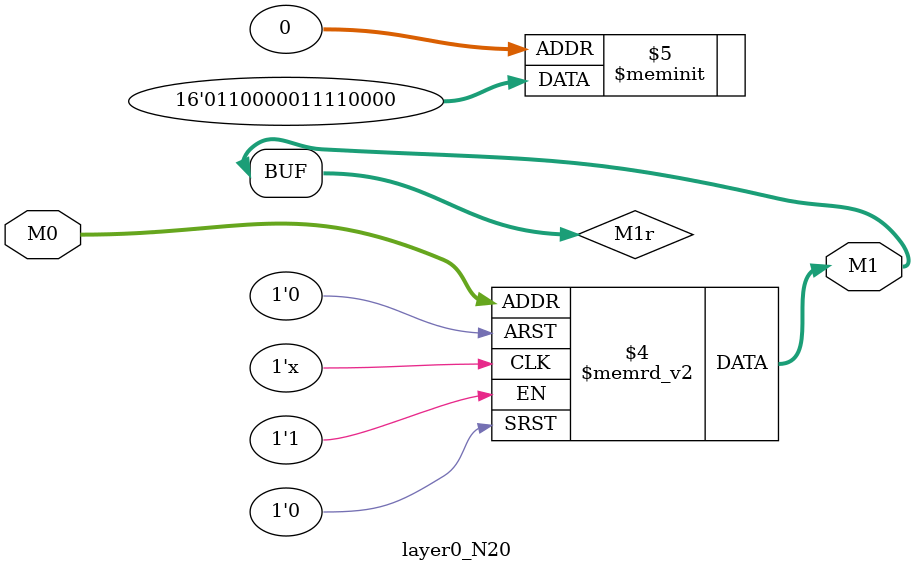
<source format=v>
module layer0_N20 ( input [2:0] M0, output [1:0] M1 );

	(*rom_style = "distributed" *) reg [1:0] M1r;
	assign M1 = M1r;
	always @ (M0) begin
		case (M0)
			3'b000: M1r = 2'b00;
			3'b100: M1r = 2'b00;
			3'b010: M1r = 2'b11;
			3'b110: M1r = 2'b10;
			3'b001: M1r = 2'b00;
			3'b101: M1r = 2'b00;
			3'b011: M1r = 2'b11;
			3'b111: M1r = 2'b01;

		endcase
	end
endmodule

</source>
